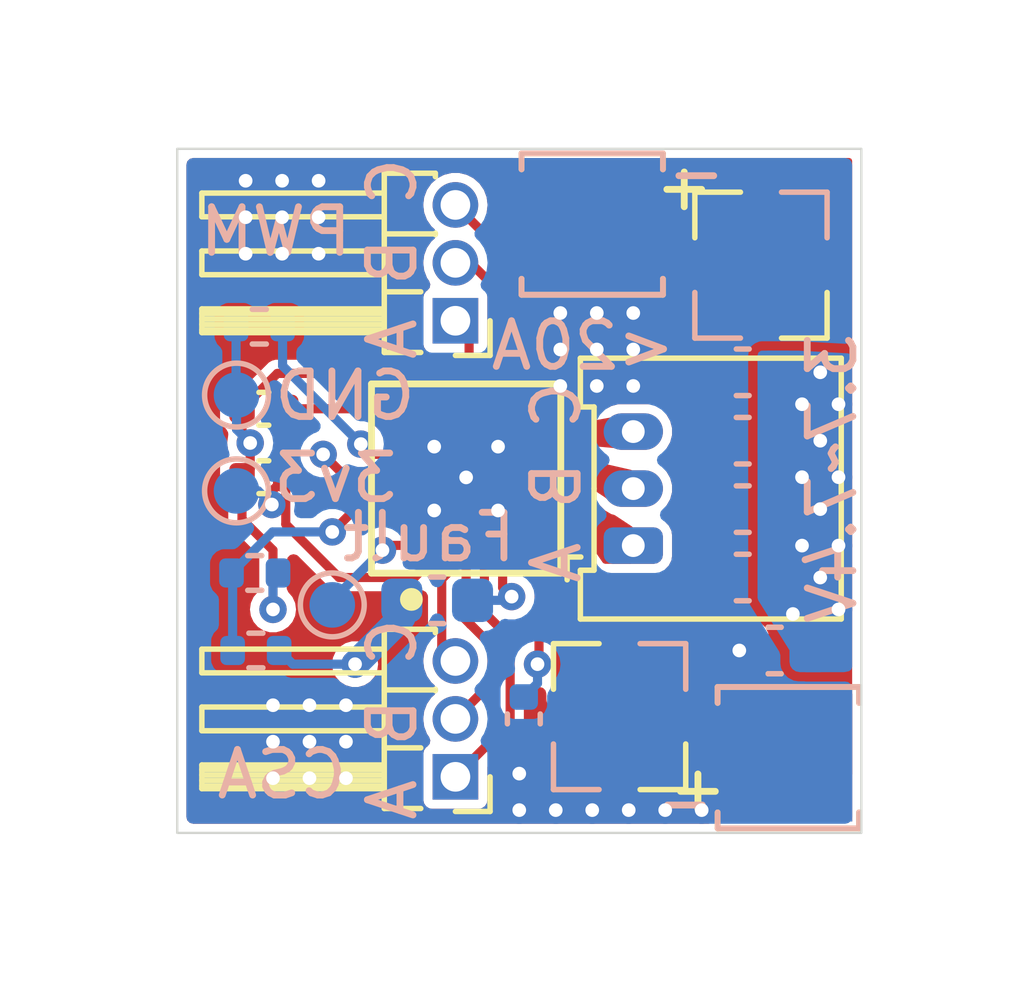
<source format=kicad_pcb>
(kicad_pcb (version 20240108) (generator "pcbnew") (generator_version "8.0")
  (title_block (date "2024-10-21") (rev "V1") (comment 1 "Licensed under CERN-OHL-S V2") (comment 2 "Author: Asher Edwards"))
  (layers (0 "F.Cu" signal) (1 "In1.Cu" signal) (2 "In2.Cu" signal) (31 "B.Cu" signal) (34 "B.Paste" user) (35 "F.Paste" user) (36 "B.SilkS" user "B.Silkscreen") (37 "F.SilkS" user "F.Silkscreen") (38 "B.Mask" user) (39 "F.Mask" user) (44 "Edge.Cuts" user))
  (net 0 "")
  (net 1 "+3.3V")
  (net 2 "GND")
  (net 3 "VDD")
  (net 4 "Net-(U1-CP)")
  (net 5 "Net-(J1-Pin_1)")
  (net 6 "Net-(J2-Pin_1)")
  (net 7 "GNDPWR")
  (net 8 "Net-(U1-SLEEP_N)")
  (net 9 "Net-(U1-GAIN)")
  (net 10 "Net-(J1-Pin_3)")
  (net 11 "Net-(J1-Pin_2)")
  (net 12 "Net-(J2-Pin_2)")
  (net 13 "Net-(J2-Pin_3)")
  (net 14 "Net-(J4-Pin_1)")
  (net 15 "Net-(J4-Pin_2)")
  (net 16 "unconnected-(U1-SLEW-Pad22)")
  (net 17 "Net-(J4-Pin_3)")
  (net 18 "Net-(U1-FAULT_N)")
  (footprint "custom_Connector:Keystone_3579" (layer "F.Cu") (at 177.200001 107.55)
    (property "Reference" "J7" (hide yes))
    (property "Value" "Keystone 3579")
    (fp_line (start -1.55 -1.55) (end 1.55 -1.55) (stroke (width 0.127)) (layer "F.SilkS"))
    (fp_line (start -1.55 -1.2) (end -1.55 -1.55) (stroke (width 0.127)) (layer "F.SilkS"))
    (fp_line (start -1.55 1.55) (end -1.55 1.2) (stroke (width 0.127)) (layer "F.SilkS"))
    (fp_line (start 1.55 -1.55) (end 1.55 -1.2) (stroke (width 0.127)) (layer "F.SilkS"))
    (fp_line (start 1.55 1.2) (end 1.55 1.55) (stroke (width 0.127)) (layer "F.SilkS"))
    (fp_line (start 1.55 1.55) (end -1.55 1.55) (stroke (width 0.127)) (layer "F.SilkS"))
    (pad "1" smd rect (at 0 0) (size 2.8 2.8) (layers "F.Cu" "F.Paste" "F.Mask") (net 3 "VDD"))
  )
  (footprint "Connector_Molex:Molex_PicoBlade_53048-0310_1x03_P1.25mm_Horizontal" (layer "F.Cu") (at 173.8 102.9 90)
    (property "Reference" "J4" (hide yes))
    (property "Value" "Molex Picoblade")
    (fp_line (start -0.25 -1.45) (end -0.75 -1.45) (stroke (width 0.12)) (layer "F.SilkS"))
    (fp_line (start 4.11 -1.16) (end 4.11 4.56) (stroke (width 0.12)) (layer "F.SilkS"))
    (fp_line (start 3.04 -1.16) (end 4.11 -1.16) (stroke (width 0.12)) (layer "F.SilkS"))
    (fp_line (start -0.54 -1.16) (end -1.61 -1.16) (stroke (width 0.12)) (layer "F.SilkS"))
    (fp_line (start -1.61 -1.16) (end -1.61 4.56) (stroke (width 0.12)) (layer "F.SilkS"))
    (fp_line (start -0.25 -1.15) (end -0.25 -1.45) (stroke (width 0.12)) (layer "F.SilkS"))
    (fp_line (start 3.04 -0.86) (end 3.04 -1.16) (stroke (width 0.12)) (layer "F.SilkS"))
    (fp_line (start 1.25 -0.86) (end 3.04 -0.86) (stroke (width 0.12)) (layer "F.SilkS"))
    (fp_line (start 1.25 -0.86) (end -0.54 -0.86) (stroke (width 0.12)) (layer "F.SilkS"))
    (fp_line (start -0.54 -0.86) (end -0.54 -1.16) (stroke (width 0.12)) (layer "F.SilkS"))
    (fp_line (start 4.11 4.56) (end 1.25 4.56) (stroke (width 0.12)) (layer "F.SilkS"))
    (fp_line (start -1.61 4.56) (end 1.25 4.56) (stroke (width 0.12)) (layer "F.SilkS"))
    (pad "1" thru_hole roundrect (at 0 0 90) (size 0.8 1.3) (drill 0.5) (layers "*.Cu" "*.Mask") (net 14 "Net-(J4-Pin_1)"))
    (pad "2" thru_hole oval (at 1.25 0 90) (size 0.8 1.3) (drill 0.5) (layers "*.Cu" "*.Mask") (net 15 "Net-(J4-Pin_2)"))
    (pad "3" thru_hole oval (at 2.5 0 90) (size 0.8 1.3) (drill 0.5) (layers "*.Cu" "*.Mask") (net 17 "Net-(J4-Pin_3)"))
  )
  (footprint "Capacitor_SMD:C_0402_1005Metric" (layer "F.Cu") (at 165.7 99.9)
    (property "Reference" "C1" (hide yes))
    (property "Value" "4.7uF, 10v")
    (fp_line (start -0.107836 -0.36) (end 0.107836 -0.36) (stroke (width 0.12)) (layer "F.SilkS"))
    (fp_line (start -0.107836 0.36) (end 0.107836 0.36) (stroke (width 0.12)) (layer "F.SilkS"))
    (pad "1" smd roundrect (at -0.48 0) (size 0.56 0.62) (layers "F.Cu" "F.Paste" "F.Mask") (net 2 "GND"))
    (pad "2" smd roundrect (at 0.48 0) (size 0.56 0.62) (layers "F.Cu" "F.Paste" "F.Mask") (net 1 "+3.3V"))
  )
  (footprint "custom_Connector:NetTie-2_SMD_Pad0.2mm" (layer "F.Cu") (at 170.134999 100.35 90)
    (property "Reference" "NT1" (hide yes))
    (property "Value" "NetTie_2" (hide yes))
    (fp_poly (pts (xy -0.2 -0.1) (xy 0.2 -0.1) (xy 0.2 0.1) (xy -0.2 0.1)) (fill solid) (layer "F.Cu"))
    (pad "1" smd circle (at -0.2 0 90) (size 0.2 0.2) (layers "F.Cu") (net 7 "GNDPWR"))
    (pad "2" smd circle (at 0.2 0 90) (size 0.2 0.2) (layers "F.Cu") (net 2 "GND"))
  )
  (footprint "custom_Driver_Motor:DRV8311_0.3mmVias" (layer "F.Cu") (at 170.134999 101.429999 90)
    (property "Reference" "U1" (hide yes))
    (property "Value" "DRV8311HRRWR")
    (fp_line (start -2.075 -2.075) (end 2.075 -2.075) (stroke (width 0.15)) (layer "F.SilkS"))
    (fp_line (start 2.075 2.075) (end 2.075 -2.075) (stroke (width 0.15)) (layer "F.SilkS"))
    (fp_line (start -2.075 2.075) (end -2.075 -2.075) (stroke (width 0.15)) (layer "F.SilkS"))
    (fp_line (start -2.075 2.075) (end 2.075 2.075) (stroke (width 0.15)) (layer "F.SilkS"))
    (fp_circle (center -2.65 -1.2) (end -2.524999 -1.2) (stroke (width 0.25)) (fill none) (layer "F.SilkS"))
    (pad "1" smd rect (at -1.465001 -1.2 180) (size 0.2 0.469999) (layers "F.Cu" "F.Paste" "F.Mask") (net 18 "Net-(U1-FAULT_N)"))
    (pad "2" smd rect (at -1.465001 -0.800001 180) (size 0.2 0.469999) (layers "F.Cu" "F.Paste" "F.Mask") (net 1 "+3.3V"))
    (pad "3" smd rect (at -1.465001 -0.399999 180) (size 0.2 0.469999) (layers "F.Cu" "F.Paste" "F.Mask") (net 10 "Net-(J1-Pin_3)"))
    (pad "4" smd rect (at -1.465001 0 180) (size 0.2 0.469999) (layers "F.Cu" "F.Paste" "F.Mask") (net 11 "Net-(J1-Pin_2)"))
    (pad "5" smd rect (at -1.465001 0.399999 180) (size 0.2 0.469999) (layers "F.Cu" "F.Paste" "F.Mask") (net 5 "Net-(J1-Pin_1)"))
    (pad "6" smd rect (at -1.465001 0.800001 180) (size 0.2 0.469999) (layers "F.Cu" "F.Paste" "F.Mask") (net 4 "Net-(U1-CP)"))
    (pad "7" smd rect (at -1.465001 1.2 180) (size 0.2 0.469999) (layers "F.Cu" "F.Paste" "F.Mask") (net 3 "VDD"))
    (pad "8" smd rect (at -0.670001 1.465001 90) (size 0.2 0.469999) (layers "F.Cu" "F.Paste" "F.Mask") (net 3 "VDD"))
    (pad "9" smd rect (at -0.269999 1.465001 90) (size 0.2 0.469999) (layers "F.Cu" "F.Paste" "F.Mask") (net 7 "GNDPWR"))
    (pad "10" smd rect (at 0.13 1.465001 90) (size 0.2 0.469999) (layers "F.Cu" "F.Paste" "F.Mask") (net 14 "Net-(J4-Pin_1)"))
    (pad "11" smd rect (at 0.529999 1.465001 90) (size 0.2 0.469999) (layers "F.Cu" "F.Paste" "F.Mask") (net 15 "Net-(J4-Pin_2)"))
    (pad "12" smd rect (at 0.930001 1.465001 90) (size 0.2 0.469999) (layers "F.Cu" "F.Paste" "F.Mask") (net 17 "Net-(J4-Pin_3)"))
    (pad "13" smd rect (at 1.465001 1.2 180) (size 0.2 0.469999) (layers "F.Cu" "F.Paste" "F.Mask") (net 13 "Net-(J2-Pin_3)"))
    (pad "14" smd rect (at 1.465001 0.800001 180) (size 0.2 0.469999) (layers "F.Cu" "F.Paste" "F.Mask") (net 12 "Net-(J2-Pin_2)"))
    (pad "15" smd rect (at 1.465001 0.399999 180) (size 0.2 0.469999) (layers "F.Cu" "F.Paste" "F.Mask") (net 6 "Net-(J2-Pin_1)"))
    (pad "16" smd rect (at 1.465001 0 180) (size 0.2 0.469999) (layers "F.Cu" "F.Paste" "F.Mask") (net 2 "GND"))
    (pad "17" smd rect (at 1.465001 -0.399999 180) (size 0.2 0.469999) (layers "F.Cu" "F.Paste" "F.Mask") (net 1 "+3.3V"))
    (pad "18" smd rect (at 1.465001 -0.800001 180) (size 0.2 0.469999) (layers "F.Cu" "F.Paste" "F.Mask") (net 1 "+3.3V"))
    (pad "19" smd rect (at 1.465001 -1.2 180) (size 0.2 0.469999) (layers "F.Cu" "F.Paste" "F.Mask") (net 1 "+3.3V"))
    (pad "20" smd rect (at 0.930001 -1.465001 90) (size 0.2 0.469999) (layers "F.Cu" "F.Paste" "F.Mask") (net 1 "+3.3V"))
    (pad "21" smd rect (at 0.529999 -1.465001 90) (size 0.2 0.469999) (layers "F.Cu" "F.Paste" "F.Mask") (net 9 "Net-(U1-GAIN)"))
    (pad "22" smd rect (at 0.13 -1.465001 90) (size 0.2 0.469999) (layers "F.Cu" "F.Paste" "F.Mask") (net 16 "unconnected-(U1-SLEW-Pad22)"))
    (pad "23" smd rect (at -0.269999 -1.465001 90) (size 0.2 0.469999) (layers "F.Cu" "F.Paste" "F.Mask") (net 1 "+3.3V"))
    (pad "24" smd rect (at -0.670001 -1.465001 90) (size 0.2 0.469999) (layers "F.Cu" "F.Paste" "F.Mask") (net 8 "Net-(U1-SLEEP_N)"))
    (pad "25" thru_hole circle (at -0.700001 -0.700001 90) (size 0.6 0.6) (drill 0.3) (layers "*.Cu" "*.Mask") (net 7 "GNDPWR"))
    (pad "25" thru_hole circle (at -0.700001 0.700001 90) (size 0.6 0.6) (drill 0.3) (layers "*.Cu" "*.Mask") (net 7 "GNDPWR"))
    (pad "25" smd rect (at 0 0 90) (size 1.899999 1.899999) (layers "F.Cu" "F.Mask") (net 7 "GNDPWR"))
    (pad "25" thru_hole circle (at 0.0254 0 90) (size 0.6 0.6) (drill 0.3) (layers "*.Cu" "*.Mask") (net 7 "GNDPWR"))
    (pad "25" thru_hole circle (at 0.700001 -0.700001 90) (size 0.6 0.6) (drill 0.3) (layers "*.Cu" "*.Mask") (net 7 "GNDPWR"))
    (pad "25" thru_hole circle (at 0.700001 0.700001 90) (size 0.6 0.6) (drill 0.3) (layers "*.Cu" "*.Mask") (net 7 "GNDPWR"))
  )
  (footprint "custom_Connector:Keystone_3569_half" (layer "F.Cu") (at 176.6 94.2)
    (property "Reference" "J8" (hide yes))
    (property "Value" "Keystone 3569")
    (fp_line (start -1.45 0.95) (end -1.45 1.95) (stroke (width 0.12)) (layer "F.SilkS"))
    (fp_line (start -0.45 0.95) (end -1.45 0.95) (stroke (width 0.12)) (layer "F.SilkS"))
    (fp_line (start 0.45 4.15) (end 1.45 4.15) (stroke (width 0.12)) (layer "F.SilkS"))
    (fp_line (start 1.45 4.15) (end 1.45 3.15) (stroke (width 0.12)) (layer "F.SilkS"))
    (pad "1" smd rect (at 0 2.55) (size 2.5 2.8) (layers "F.Cu" "F.Paste" "F.Mask") (net 3 "VDD"))
  )
  (footprint "Capacitor_SMD:C_0603_1608Metric" (layer "F.Cu") (at 176.9 105.2 180)
    (property "Reference" "C6" (hide yes))
    (property "Value" "0.1uF, 16v")
    (fp_line (start -0.14058 0.51) (end 0.14058 0.51) (stroke (width 0.12)) (layer "F.SilkS"))
    (fp_line (start -0.14058 -0.51) (end 0.14058 -0.51) (stroke (width 0.12)) (layer "F.SilkS"))
    (pad "1" smd roundrect (at -0.775 0 180) (size 0.9 0.95) (layers "F.Cu" "F.Paste" "F.Mask") (net 3 "VDD"))
    (pad "2" smd roundrect (at 0.775 0 180) (size 0.9 0.95) (layers "F.Cu" "F.Paste" "F.Mask") (net 7 "GNDPWR"))
  )
  (footprint "custom_Connector:Keystone_3569_half" (layer "F.Cu") (at 173.5 109.2 180)
    (property "Reference" "J6" (hide yes))
    (property "Value" "Keystone 3569")
    (fp_line (start 1.45 4.15) (end 1.45 3.15) (stroke (width 0.12)) (layer "F.SilkS"))
    (fp_line (start 0.45 4.15) (end 1.45 4.15) (stroke (width 0.12)) (layer "F.SilkS"))
    (fp_line (start -0.45 0.95) (end -1.45 0.95) (stroke (width 0.12)) (layer "F.SilkS"))
    (fp_line (start -1.45 0.95) (end -1.45 1.95) (stroke (width 0.12)) (layer "F.SilkS"))
    (pad "1" smd rect (at 0 2.55 180) (size 2.5 2.8) (layers "F.Cu" "F.Paste" "F.Mask") (net 3 "VDD"))
  )
  (footprint "custom_Connector:Keystone_3579" (layer "F.Cu") (at 172.899999 95.85 180)
    (property "Reference" "J9" (hide yes))
    (property "Value" "Keystone 3579")
    (fp_line (start 1.55 1.55) (end -1.55 1.55) (stroke (width 0.127)) (layer "F.SilkS"))
    (fp_line (start 1.55 1.2) (end 1.55 1.55) (stroke (width 0.127)) (layer "F.SilkS"))
    (fp_line (start 1.55 -1.55) (end 1.55 -1.2) (stroke (width 0.127)) (layer "F.SilkS"))
    (fp_line (start -1.55 1.55) (end -1.55 1.2) (stroke (width 0.127)) (layer "F.SilkS"))
    (fp_line (start -1.55 -1.2) (end -1.55 -1.55) (stroke (width 0.127)) (layer "F.SilkS"))
    (fp_line (start -1.55 -1.55) (end 1.55 -1.55) (stroke (width 0.127)) (layer "F.SilkS"))
    (pad "1" smd rect (at 0 0 180) (size 2.8 2.8) (layers "F.Cu" "F.Paste" "F.Mask") (net 3 "VDD"))
  )
  (footprint "Connector_PinHeader_1.27mm:PinHeader_1x03_P1.27mm_Horizontal" (layer "F.Cu") (at 169.9 97.97 180)
    (property "Reference" "J2" (hide yes))
    (property "Value" "1.27mm pin header")
    (fp_line (start 5.56 2.8) (end 1.56 2.8) (stroke (width 0.12)) (layer "F.SilkS"))
    (fp_line (start 5.56 2.28) (end 5.56 2.8) (stroke (width 0.12)) (layer "F.SilkS"))
    (fp_line (start 5.56 1.53) (end 1.56 1.53) (stroke (width 0.12)) (layer "F.SilkS"))
    (fp_line (start 5.56 1.01) (end 5.56 1.53) (stroke (width 0.12)) (layer "F.SilkS"))
    (fp_line (start 5.56 0.26) (end 1.56 0.26) (stroke (width 0.12)) (layer "F.SilkS"))
    (fp_line (start 5.56 -0.26) (end 5.56 0.26) (stroke (width 0.12)) (layer "F.SilkS"))
    (fp_line (start 1.56 3.235) (end 0.44 3.235) (stroke (width 0.12)) (layer "F.SilkS"))
    (fp_line (start 1.56 2.28) (end 5.56 2.28) (stroke (width 0.12)) (layer "F.SilkS"))
    (fp_line (start 1.56 1.01) (end 5.56 1.01) (stroke (width 0.12)) (layer "F.SilkS"))
    (fp_line (start 1.56 0.16) (end 5.56 0.16) (stroke (width 0.12)) (layer "F.SilkS"))
    (fp_line (start 1.56 0.04) (end 5.56 0.04) (stroke (width 0.12)) (layer "F.SilkS"))
    (fp_line (start 1.56 -0.08) (end 5.56 -0.08) (stroke (width 0.12)) (layer "F.SilkS"))
    (fp_line (start 1.56 -0.2) (end 5.56 -0.2) (stroke (width 0.12)) (layer "F.SilkS"))
    (fp_line (start 1.56 -0.26) (end 5.56 -0.26) (stroke (width 0.12)) (layer "F.SilkS"))
    (fp_line (start 1.56 -0.695) (end 1.56 3.235) (stroke (width 0.12)) (layer "F.SilkS"))
    (fp_line (start 0.76 0.635) (end 1.56 0.635) (stroke (width 0.12)) (layer "F.SilkS"))
    (fp_line (start 0.76 -0.695) (end 1.56 -0.695) (stroke (width 0.12)) (layer "F.SilkS"))
    (fp_line (start 0.44 3.235) (end 0.44 3.159677) (stroke (width 0.12)) (layer "F.SilkS"))
    (fp_line (start 0.44 1.905) (end 1.56 1.905) (stroke (width 0.12)) (layer "F.SilkS"))
    (fp_line (start 0.44 1.889677) (end 0.44 1.920323) (stroke (width 0.12)) (layer "F.SilkS"))
    (fp_line (start -0.76 0) (end -0.76 -0.76) (stroke (width 0.12)) (layer "F.SilkS"))
    (fp_line (start -0.76 -0.76) (end 0 -0.76) (stroke (width 0.12)) (layer "F.SilkS"))
    (pad "1" thru_hole rect (at 0 0 180) (size 1 1) (drill 0.65) (layers "*.Cu" "*.Mask") (net 6 "Net-(J2-Pin_1)"))
    (pad "2" thru_hole oval (at 0 1.27 180) (size 1 1) (drill 0.65) (layers "*.Cu" "*.Mask") (net 12 "Net-(J2-Pin_2)"))
    (pad "3" thru_hole oval (at 0 2.54 180) (size 1 1) (drill 0.65) (layers "*.Cu" "*.Mask") (net 13 "Net-(J2-Pin_3)"))
  )
  (footprint "Capacitor_SMD:C_0402_1005Metric" (layer "F.Cu") (at 165.7 101.4)
    (property "Reference" "C7" (hide yes))
    (property "Value" "0.1uF, 16v")
    (fp_line (start -0.107836 -0.36) (end 0.107836 -0.36) (stroke (width 0.12)) (layer "F.SilkS"))
    (fp_line (start -0.107836 0.36) (end 0.107836 0.36) (stroke (width 0.12)) (layer "F.SilkS"))
    (pad "1" smd roundrect (at -0.48 0) (size 0.56 0.62) (layers "F.Cu" "F.Paste" "F.Mask") (net 2 "GND"))
    (pad "2" smd roundrect (at 0.48 0) (size 0.56 0.62) (layers "F.Cu" "F.Paste" "F.Mask") (net 1 "+3.3V"))
  )
  (footprint "Connector_PinHeader_1.27mm:PinHeader_1x03_P1.27mm_Horizontal" (layer "F.Cu") (at 169.9 107.97 180)
    (property "Reference" "J1" (hide yes))
    (property "Value" "1.27mm pin header")
    (fp_line (start 5.56 2.8) (end 1.56 2.8) (stroke (width 0.12)) (layer "F.SilkS"))
    (fp_line (start 5.56 2.28) (end 5.56 2.8) (stroke (width 0.12)) (layer "F.SilkS"))
    (fp_line (start 5.56 1.53) (end 1.56 1.53) (stroke (width 0.12)) (layer "F.SilkS"))
    (fp_line (start 5.56 1.01) (end 5.56 1.53) (stroke (width 0.12)) (layer "F.SilkS"))
    (fp_line (start 5.56 0.26) (end 1.56 0.26) (stroke (width 0.12)) (layer "F.SilkS"))
    (fp_line (start 5.56 -0.26) (end 5.56 0.26) (stroke (width 0.12)) (layer "F.SilkS"))
    (fp_line (start 1.56 3.235) (end 0.44 3.235) (stroke (width 0.12)) (layer "F.SilkS"))
    (fp_line (start 1.56 2.28) (end 5.56 2.28) (stroke (width 0.12)) (layer "F.SilkS"))
    (fp_line (start 1.56 1.01) (end 5.56 1.01) (stroke (width 0.12)) (layer "F.SilkS"))
    (fp_line (start 1.56 0.16) (end 5.56 0.16) (stroke (width 0.12)) (layer "F.SilkS"))
    (fp_line (start 1.56 0.04) (end 5.56 0.04) (stroke (width 0.12)) (layer "F.SilkS"))
    (fp_line (start 1.56 -0.08) (end 5.56 -0.08) (stroke (width 0.12)) (layer "F.SilkS"))
    (fp_line (start 1.56 -0.2) (end 5.56 -0.2) (stroke (width 0.12)) (layer "F.SilkS"))
    (fp_line (start 1.56 -0.26) (end 5.56 -0.26) (stroke (width 0.12)) (layer "F.SilkS"))
    (fp_line (start 1.56 -0.695) (end 1.56 3.235) (stroke (width 0.12)) (layer "F.SilkS"))
    (fp_line (start 0.76 0.635) (end 1.56 0.635) (stroke (width 0.12)) (layer "F.SilkS"))
    (fp_line (start 0.76 -0.695) (end 1.56 -0.695) (stroke (width 0.12)) (layer "F.SilkS"))
    (fp_line (start 0.44 3.235) (end 0.44 3.159677) (stroke (width 0.12)) (layer "F.SilkS"))
    (fp_line (start 0.44 1.905) (end 1.56 1.905) (stroke (width 0.12)) (layer "F.SilkS"))
    (fp_line (start 0.44 1.889677) (end 0.44 1.920323) (stroke (width 0.12)) (layer "F.SilkS"))
    (fp_line (start -0.76 0) (end -0.76 -0.76) (stroke (width 0.12)) (layer "F.SilkS"))
    (fp_line (start -0.76 -0.76) (end 0 -0.76) (stroke (width 0.12)) (layer "F.SilkS"))
    (pad "1" thru_hole rect (at 0 0 180) (size 1 1) (drill 0.65) (layers "*.Cu" "*.Mask") (net 5 "Net-(J1-Pin_1)"))
    (pad "2" thru_hole oval (at 0 1.27 180) (size 1 1) (drill 0.65) (layers "*.Cu" "*.Mask") (net 11 "Net-(J1-Pin_2)"))
    (pad "3" thru_hole oval (at 0 2.54 180) (size 1 1) (drill 0.65) (layers "*.Cu" "*.Mask") (net 10 "Net-(J1-Pin_3)"))
  )
  (footprint "Resistor_SMD:R_0402_1005Metric" (layer "B.Cu") (at 165.525 105.2)
    (property "Reference" "R1" (hide yes))
    (property "Value" "300k")
    (fp_line (start 0.153641 -0.38) (end -0.153641 -0.38) (stroke (width 0.12)) (layer "B.SilkS"))
    (fp_line (start 0.153641 0.38) (end -0.153641 0.38) (stroke (width 0.12)) (layer "B.SilkS"))
    (pad "1" smd roundrect (at -0.51 0) (size 0.54 0.64) (layers "B.Cu" "B.Paste" "B.Mask") (net 8 "Net-(U1-SLEEP_N)"))
    (pad "2" smd roundrect (at 0.51 0) (size 0.54 0.64) (layers "B.Cu" "B.Paste" "B.Mask") (net 3 "VDD"))
  )
  (footprint "custom_Connector:Keystone_3569_half" (layer "B.Cu") (at 176.6 94.2 180)
    (property "Reference" "J10" (hide yes))
    (property "Value" "Keystone 3569")
    (fp_line (start 1.45 -3.15) (end 1.45 -4.15) (stroke (width 0.12)) (layer "B.SilkS"))
    (fp_line (start 1.45 -4.15) (end 0.45 -4.15) (stroke (width 0.12)) (layer "B.SilkS"))
    (fp_line (start -1.45 -0.95) (end -0.45 -0.95) (stroke (width 0.12)) (layer "B.SilkS"))
    (fp_line (start -1.45 -1.95) (end -1.45 -0.95) (stroke (width 0.12)) (layer "B.SilkS"))
    (pad "1" smd rect (at 0 -2.55 180) (size 2.5 2.8) (layers "B.Cu" "B.Paste" "B.Mask") (net 7 "GNDPWR"))
  )
  (footprint "custom_Connector:Keystone_3569_half" (layer "B.Cu") (at 173.5 109.2)
    (property "Reference" "J5" (hide yes))
    (property "Value" "Keystone 3569")
    (fp_line (start -1.45 -1.95) (end -1.45 -0.95) (stroke (width 0.12)) (layer "B.SilkS"))
    (fp_line (start -1.45 -0.95) (end -0.45 -0.95) (stroke (width 0.12)) (layer "B.SilkS"))
    (fp_line (start 1.45 -4.15) (end 0.45 -4.15) (stroke (width 0.12)) (layer "B.SilkS"))
    (fp_line (start 1.45 -3.15) (end 1.45 -4.15) (stroke (width 0.12)) (layer "B.SilkS"))
    (pad "1" smd rect (at 0 -2.55) (size 2.5 2.8) (layers "B.Cu" "B.Paste" "B.Mask") (net 7 "GNDPWR"))
  )
  (footprint "TestPoint:TestPoint_Pad_D1.0mm" (layer "B.Cu") (at 165.1 101.7 180)
    (property "Reference" "TP5" (hide yes))
    (property "Value" "3.3v")
    (fp_circle (center 0 0) (end 0 -0.7) (stroke (width 0.12)) (fill none) (layer "B.SilkS"))
    (pad "1" smd circle (at 0 0 180) (size 1 1) (layers "B.Cu" "B.Mask") (net 1 "+3.3V"))
  )
  (footprint "Capacitor_SMD:C_0603_1608Metric" (layer "B.Cu") (at 176.2 99.1 180)
    (property "Reference" "C4" (hide yes))
    (property "Value" "10uF, 16v")
    (fp_line (start 0.14058 0.51) (end -0.14058 0.51) (stroke (width 0.12)) (layer "B.SilkS"))
    (fp_line (start 0.14058 -0.51) (end -0.14058 -0.51) (stroke (width 0.12)) (layer "B.SilkS"))
    (pad "1" smd roundrect (at -0.775 0 180) (size 0.9 0.95) (layers "B.Cu" "B.Paste" "B.Mask") (net 3 "VDD"))
    (pad "2" smd roundrect (at 0.775 0 180) (size 0.9 0.95) (layers "B.Cu" "B.Paste" "B.Mask") (net 7 "GNDPWR"))
  )
  (footprint "Capacitor_SMD:C_0603_1608Metric" (layer "B.Cu") (at 176.2 103.6 180)
    (property "Reference" "C9" (hide yes))
    (property "Value" "10uF, 16v")
    (fp_line (start 0.14058 0.51) (end -0.14058 0.51) (stroke (width 0.12)) (layer "B.SilkS"))
    (fp_line (start 0.14058 -0.51) (end -0.14058 -0.51) (stroke (width 0.12)) (layer "B.SilkS"))
    (pad "1" smd roundrect (at -0.775 0 180) (size 0.9 0.95) (layers "B.Cu" "B.Paste" "B.Mask") (net 3 "VDD"))
    (pad "2" smd roundrect (at 0.775 0 180) (size 0.9 0.95) (layers "B.Cu" "B.Paste" "B.Mask") (net 7 "GNDPWR"))
  )
  (footprint "Capacitor_SMD:C_0402_1005Metric" (layer "B.Cu") (at 171.4 106.7 -90)
    (property "Reference" "C3" (hide yes))
    (property "Value" "0.1uF, 16v")
    (fp_line (start 0.107836 0.36) (end -0.107836 0.36) (stroke (width 0.12)) (layer "B.SilkS"))
    (fp_line (start 0.107836 -0.36) (end -0.107836 -0.36) (stroke (width 0.12)) (layer "B.SilkS"))
    (pad "1" smd roundrect (at -0.48 0 270) (size 0.56 0.62) (layers "B.Cu" "B.Paste" "B.Mask") (net 3 "VDD"))
    (pad "2" smd roundrect (at 0.48 0 270) (size 0.56 0.62) (layers "B.Cu" "B.Paste" "B.Mask") (net 7 "GNDPWR"))
  )
  (footprint "Capacitor_SMD:C_0603_1608Metric" (layer "B.Cu") (at 176.9 105.2 180)
    (property "Reference" "C10" (hide yes))
    (property "Value" "10uF, 16v")
    (fp_line (start 0.14058 0.51) (end -0.14058 0.51) (stroke (width 0.12)) (layer "B.SilkS"))
    (fp_line (start 0.14058 -0.51) (end -0.14058 -0.51) (stroke (width 0.12)) (layer "B.SilkS"))
    (pad "1" smd roundrect (at -0.775 0 180) (size 0.9 0.95) (layers "B.Cu" "B.Paste" "B.Mask") (net 3 "VDD"))
    (pad "2" smd roundrect (at 0.775 0 180) (size 0.9 0.95) (layers "B.Cu" "B.Paste" "B.Mask") (net 7 "GNDPWR"))
  )
  (footprint "TestPoint:TestPoint_Pad_D1.0mm" (layer "B.Cu") (at 167.2 104.2 180)
    (property "Reference" "TP3" (hide yes))
    (property "Value" "Fault")
    (fp_circle (center 0 0) (end 0 -0.7) (stroke (width 0.12)) (fill none) (layer "B.SilkS"))
    (pad "1" smd circle (at 0 0 180) (size 1 1) (layers "B.Cu" "B.Mask") (net 18 "Net-(U1-FAULT_N)"))
  )
  (footprint "custom_Connector:Keystone_3579" (layer "B.Cu") (at 177.2 107.55 180)
    (property "Reference" "J3" (hide yes))
    (property "Value" "Keystone 3579")
    (fp_line (start 1.55 1.55) (end -1.55 1.55) (stroke (width 0.127)) (layer "B.SilkS"))
    (fp_line (start 1.55 1.2) (end 1.55 1.55) (stroke (width 0.127)) (layer "B.SilkS"))
    (fp_line (start 1.55 -1.55) (end 1.55 -1.2) (stroke (width 0.127)) (layer "B.SilkS"))
    (fp_line (start -1.55 1.55) (end -1.55 1.2) (stroke (width 0.127)) (layer "B.SilkS"))
    (fp_line (start -1.55 -1.2) (end -1.55 -1.55) (stroke (width 0.127)) (layer "B.SilkS"))
    (fp_line (start -1.55 -1.55) (end 1.55 -1.55) (stroke (width 0.127)) (layer "B.SilkS"))
    (pad "1" smd rect (at 0 0 180) (size 2.8 2.8) (layers "B.Cu" "B.Paste" "B.Mask") (net 7 "GNDPWR"))
  )
  (footprint "Capacitor_SMD:C_0603_1608Metric" (layer "B.Cu") (at 176.2 100.6 180)
    (property "Reference" "C8" (hide yes))
    (property "Value" "10uF, 16v")
    (fp_line (start 0.14058 0.51) (end -0.14058 0.51) (stroke (width 0.12)) (layer "B.SilkS"))
    (fp_line (start 0.14058 -0.51) (end -0.14058 -0.51) (stroke (width 0.12)) (layer "B.SilkS"))
    (pad "1" smd roundrect (at -0.775 0 180) (size 0.9 0.95) (layers "B.Cu" "B.Paste" "B.Mask") (net 3 "VDD"))
    (pad "2" smd roundrect (at 0.775 0 180) (size 0.9 0.95) (layers "B.Cu" "B.Paste" "B.Mask") (net 7 "GNDPWR"))
  )
  (footprint "custom_Connector:Keystone_3579" (layer "B.Cu") (at 172.900001 95.85)
    (property "Reference" "J11" (hide yes))
    (property "Value" "Keystone 3579")
    (fp_line (start -1.55 -1.55) (end 1.55 -1.55) (stroke (width 0.127)) (layer "B.SilkS"))
    (fp_line (start -1.55 -1.2) (end -1.55 -1.55) (stroke (width 0.127)) (layer "B.SilkS"))
    (fp_line (start -1.55 1.55) (end -1.55 1.2) (stroke (width 0.127)) (layer "B.SilkS"))
    (fp_line (start 1.55 -1.55) (end 1.55 -1.2) (stroke (width 0.127)) (layer "B.SilkS"))
    (fp_line (start 1.55 1.2) (end 1.55 1.55) (stroke (width 0.127)) (layer "B.SilkS"))
    (fp_line (start 1.55 1.55) (end -1.55 1.55) (stroke (width 0.127)) (layer "B.SilkS"))
    (pad "1" smd rect (at 0 0) (size 2.8 2.8) (layers "B.Cu" "B.Paste" "B.Mask") (net 7 "GNDPWR"))
  )
  (footprint "Resistor_SMD:R_0402_1005Metric" (layer "B.Cu") (at 165.6 98.1)
    (property "Reference" "R3" (hide yes))
    (property "Value" "47k")
    (fp_line (start 0.153641 -0.38) (end -0.153641 -0.38) (stroke (width 0.12)) (layer "B.SilkS"))
    (fp_line (start 0.153641 0.38) (end -0.153641 0.38) (stroke (width 0.12)) (layer "B.SilkS"))
    (pad "1" smd roundrect (at -0.51 0) (size 0.54 0.64) (layers "B.Cu" "B.Paste" "B.Mask") (net 2 "GND"))
    (pad "2" smd roundrect (at 0.51 0) (size 0.54 0.64) (layers "B.Cu" "B.Paste" "B.Mask") (net 9 "Net-(U1-GAIN)"))
  )
  (footprint "Capacitor_SMD:C_0603_1608Metric" (layer "B.Cu") (at 169.5 104.1 180)
    (property "Reference" "C2" (hide yes))
    (property "Value" "0.1uF, 16v")
    (fp_line (start 0.14058 0.51) (end -0.14058 0.51) (stroke (width 0.12)) (layer "B.SilkS"))
    (fp_line (start 0.14058 -0.51) (end -0.14058 -0.51) (stroke (width 0.12)) (layer "B.SilkS"))
    (pad "1" smd roundrect (at -0.775 0 180) (size 0.9 0.95) (layers "B.Cu" "B.Paste" "B.Mask") (net 4 "Net-(U1-CP)"))
    (pad "2" smd roundrect (at 0.775 0 180) (size 0.9 0.95) (layers "B.Cu" "B.Paste" "B.Mask") (net 3 "VDD"))
  )
  (footprint "TestPoint:TestPoint_Pad_D1.0mm" (layer "B.Cu") (at 165.1 99.6 180)
    (property "Reference" "TP4" (hide yes))
    (property "Value" "GND")
    (fp_circle (center 0 0) (end 0 -0.7) (stroke (width 0.12)) (fill none) (layer "B.SilkS"))
    (pad "1" smd circle (at 0 0 180) (size 1 1) (layers "B.Cu" "B.Mask") (net 2 "GND"))
  )
  (footprint "Capacitor_SMD:C_0603_1608Metric" (layer "B.Cu") (at 176.2 102.1 180)
    (property "Reference" "C5" (hide yes))
    (property "Value" "10uF, 16v")
    (fp_line (start 0.14058 0.51) (end -0.14058 0.51) (stroke (width 0.12)) (layer "B.SilkS"))
    (fp_line (start 0.14058 -0.51) (end -0.14058 -0.51) (stroke (width 0.12)) (layer "B.SilkS"))
    (pad "1" smd roundrect (at -0.775 0 180) (size 0.9 0.95) (layers "B.Cu" "B.Paste" "B.Mask") (net 3 "VDD"))
    (pad "2" smd roundrect (at 0.775 0 180) (size 0.9 0.95) (layers "B.Cu" "B.Paste" "B.Mask") (net 7 "GNDPWR"))
  )
  (footprint "Resistor_SMD:R_0402_1005Metric" (layer "B.Cu") (at 165.5 103.5 180)
    (property "Reference" "R2" (hide yes))
    (property "Value" "100k")
    (fp_line (start 0.153641 0.38) (end -0.153641 0.38) (stroke (width 0.12)) (layer "B.SilkS"))
    (fp_line (start 0.153641 -0.38) (end -0.153641 -0.38) (stroke (width 0.12)) (layer "B.SilkS"))
    (pad "1" smd roundrect (at -0.51 0 180) (size 0.54 0.64) (layers "B.Cu" "B.Paste" "B.Mask") (net 2 "GND"))
    (pad "2" smd roundrect (at 0.51 0 180) (size 0.54 0.64) (layers "B.Cu" "B.Paste" "B.Mask") (net 8 "Net-(U1-SLEEP_N)"))
  )
  (gr_rect (start 163.8 94.2) (end 178.8 109.2) (stroke (width 0.05)) (fill none) (layer "Edge.Cuts"))
  (gr_text "GND" (at 169.1 100.2 0) (layer "B.SilkS") (effects (font (size 1 1)) (justify left bottom mirror)))
  (gr_text "<20A" (at 174.8 99.1 0) (layer "B.SilkS") (effects (font (size 1 1)) (justify left bottom mirror)))
  (gr_text "C B A" (at 172.7 103.8 90) (layer "B.SilkS") (effects (font (size 1 1)) (justify right bottom mirror)))
  (gr_text "Fault" (at 171.3 103.3 0) (layer "B.SilkS") (effects (font (size 1 1)) (justify left bottom mirror)))
  (gr_text "C B A" (at 169.1 98.9 90) (layer "B.SilkS") (effects (font (size 1 1)) (justify right bottom mirror)))
  (gr_text "PWM" (at 167.7 96.6 0) (layer "B.SilkS") (effects (font (size 1 1)) (justify left bottom mirror)))
  (gr_text "C B A" (at 169.1 109 90) (layer "B.SilkS") (effects (font (size 1 1)) (justify right bottom mirror)))
  (gr_text "3v3" (at 168.7 102 0) (layer "B.SilkS") (effects (font (size 1 1)) (justify left bottom mirror)))
  (gr_text "-" (at 175.649999 109.1 -0) (layer "B.SilkS") (effects (font (size 1 1)) (justify left bottom mirror)))
  (gr_text "CSA" (at 167.6 108.5 0) (layer "B.SilkS") (effects (font (size 1 1)) (justify left bottom mirror)))
  (gr_text "-" (at 175.9 95.3 -0) (layer "B.SilkS") (effects (font (size 1 1)) (justify left bottom mirror)))
  (gr_text "+" (at 174.2 95.6 -0) (layer "F.SilkS") (effects (font (size 1 1)) (justify left bottom)))
  (gr_text "+" (at 174.5 108.8 -0) (layer "F.SilkS") (effects (font (size 1 1)) (justify left bottom)))
  (gr_text_box "3.7~7.4V" (start 176.825 98.1492) (end 178.975 104.7) (angle 90) (layer "B.SilkS") (effects (font (size 1 1)) (justify top mirror)) (border no))
  (segment (start 166.774998 101.699998) (end 166.475 101.4) (width 0.2) (layer "F.Cu") (net 1))
  (segment (start 168.934999 99.964998) (end 168.835002 99.964998) (width 0.2) (layer "F.Cu") (net 1))
  (segment (start 168.6 100.43) (end 168.669998 100.499998) (width 0.2) (layer "F.Cu") (net 1))
  (segment (start 165.874999 102.000001) (end 165.874999 101.705001) (width 0.2) (layer "F.Cu") (net 1))
  (segment (start 165.874999 101.705001) (end 166.18 101.4) (width 0.2) (layer "F.Cu") (net 1))
  (segment (start 169.735 99.964998) (end 168.934999 99.964998) (width 0.2) (layer "F.Cu") (net 1))
  (segment (start 167.348529 103.6) (end 169 103.6) (width 0.2) (layer "F.Cu") (net 1))
  (segment (start 168.835002 99.964998) (end 168.6 100.2) (width 0.2) (layer "F.Cu") (net 1))
  (segment (start 166.774998 101.699998) (end 168.669998 101.699998) (width 0.2) (layer "F.Cu") (net 1))
  (segment (start 166.18 102.431471) (end 167.348529 103.6) (width 0.2) (layer "F.Cu") (net 1))
  (segment (start 167.900004 99.9) (end 166.18 99.9) (width 0.2) (layer "F.Cu") (net 1))
  (segment (start 169.334998 103.265002) (end 169.334998 102.895) (width 0.2) (layer "F.Cu") (net 1))
  (segment (start 166.18 99.9) (end 166.18 101.4) (width 0.2) (layer "F.Cu") (net 1))
  (segment (start 168.669998 100.499998) (end 168.500002 100.499998) (width 0.2) (layer "F.Cu") (net 1))
  (segment (start 166.475 101.4) (end 166.18 101.4) (width 0.2) (layer "F.Cu") (net 1))
  (segment (start 166.18 101.4) (end 166.18 102.431471) (width 0.2) (layer "F.Cu") (net 1))
  (segment (start 168.500002 100.499998) (end 167.900004 99.9) (width 0.2) (layer "F.Cu") (net 1))
  (segment (start 168.6 100.2) (end 168.6 100.43) (width 0.2) (layer "F.Cu") (net 1))
  (segment (start 169 103.6) (end 169.334998 103.265002) (width 0.2) (layer "F.Cu") (net 1))
  (via (at 165.874999 102.000001) (size 0.6) (drill 0.3) (layers "F.Cu" "B.Cu") (net 1))
  (segment (start 165.874999 102.000001) (end 165.574998 101.7) (width 0.2) (layer "B.Cu") (net 1))
  (segment (start 165.574998 101.7) (end 165.1 101.7) (width 0.2) (layer "B.Cu") (net 1))
  (segment (start 165.9 103) (end 165.22 102.32) (width 0.2) (layer "F.Cu") (net 2))
  (segment (start 165.22 102.32) (end 165.22 101.4) (width 0.2) (layer "F.Cu") (net 2))
  (segment (start 165.22 100.47) (end 165.22 99.9) (width 0.2) (layer "F.Cu") (net 2))
  (segment (start 165.4 100.65) (end 165.4 101.22) (width 0.2) (layer "F.Cu") (net 2))
  (segment (start 170.134999 99.43) (end 169.829999 99.125) (width 0.2) (layer "F.Cu") (net 2))
  (segment (start 165.995 99.125) (end 165.22 99.9) (width 0.2) (layer "F.Cu") (net 2))
  (segment (start 165.4 100.65) (end 165.22 100.47) (width 0.2) (layer "F.Cu") (net 2))
  (segment (start 165.4 100.65) (end 165.331092 100.581092) (width 0.2) (layer "F.Cu") (net 2))
  (segment (start 165.9 104.3) (end 165.9 103) (width 0.2) (layer "F.Cu") (net 2))
  (segment (start 165.4 101.22) (end 165.22 101.4) (width 0.2) (layer "F.Cu") (net 2))
  (segment (start 169.829999 99.125) (end 165.995 99.125) (width 0.2) (layer "F.Cu") (net 2))
  (segment (start 170.134999 99.964998) (end 170.134999 99.43) (width 0.2) (layer "F.Cu") (net 2))
  (via (at 165.4 100.65) (size 0.6) (drill 0.3) (layers "F.Cu" "B.Cu") (net 2))
  (via (at 165.9 104.3) (size 0.6) (drill 0.3) (layers "F.Cu" "B.Cu") (net 2))
  (segment (start 165.4 100.65) (end 165.1 100.35) (width 0.2) (layer "B.Cu") (net 2))
  (segment (start 165.9 104.3) (end 165.9 103.61) (width 0.2) (layer "B.Cu") (net 2))
  (segment (start 165.9 103.61) (end 166.01 103.5) (width 0.2) (layer "B.Cu") (net 2))
  (segment (start 165.1 100.35) (end 165.1 99.6) (width 0.2) (layer "B.Cu") (net 2))
  (segment (start 165.09 98.1) (end 165.09 99.59) (width 0.2) (layer "B.Cu") (net 2))
  (segment (start 165.09 99.59) (end 165.1 99.6) (width 0.2) (layer "B.Cu") (net 2))
  (segment (start 171.334999 103.334999) (end 171.732802 103.732802) (width 0.2) (layer "F.Cu") (net 3))
  (segment (start 171.334999 102.895) (end 171.334999 103.334999) (width 0.2) (layer "F.Cu") (net 3))
  (segment (start 171.732802 103.732802) (end 171.732802 105.467198) (width 0.2) (layer "F.Cu") (net 3))
  (segment (start 172.595031 106.675454) (end 172.595031 106.620031) (width 0.28) (layer "F.Cu") (net 3))
  (segment (start 171.732802 105.467198) (end 171.7 105.5) (width 0.2) (layer "F.Cu") (net 3))
  (via (at 178.3 104.3) (size 0.6) (drill 0.3) (layers "F.Cu" "B.Cu") (net 3))
  (via (at 177.5 102.9) (size 0.6) (drill 0.3) (layers "F.Cu" "B.Cu") (net 3))
  (via (at 177.9 103.6) (size 0.6) (drill 0.3) (layers "F.Cu" "B.Cu") (net 3))
  (via (at 177.9 102.1) (size 0.6) (drill 0.3) (layers "F.Cu" "B.Cu") (net 3))
  (via (at 177.3 104.4) (size 0.6) (drill 0.3) (layers "F.Cu" "B.Cu") (net 3))
  (via (at 178.3 101.4) (size 0.6) (drill 0.3) (layers "F.Cu" "B.Cu") (net 3))
  (via (at 177.9 100.6) (size 0.6) (drill 0.3) (layers "F.Cu" "B.Cu") (net 3))
  (via (at 171.7 105.5) (size 0.6) (drill 0.3) (layers "F.Cu" "B.Cu") (net 3))
  (via (at 177.9 99.1) (size 0.6) (drill 0.3) (layers "F.Cu" "B.Cu") (net 3))
  (via (at 178.3 99.8) (size 0.6) (drill 0.3) (layers "F.Cu" "B.Cu") (net 3))
  (via (at 177.5 99.8) (size 0.6) (drill 0.3) (layers "F.Cu" "B.Cu") (net 3))
  (via (at 167.7 105.5) (size 0.6) (drill 0.3) (layers "F.Cu" "B.Cu") (net 3))
  (via (at 178.3 102.9) (size 0.6) (drill 0.3) (layers "F.Cu" "B.Cu") (net 3))
  (via (at 177.5 101.4) (size 0.6) (drill 0.3) (layers "F.Cu" "B.Cu") (net 3))
  (segment (start 167.7 105.5) (end 166.335 105.5) (width 0.2) (layer "B.Cu") (net 3))
  (segment (start 166.335 105.5) (end 166.035 105.2) (width 0.2) (layer "B.Cu") (net 3))
  (segment (start 168.725 104.475) (end 167.7 105.5) (width 0.6) (layer "B.Cu") (net 3))
  (segment (start 171.7 105.5) (end 171.7 105.92) (width 0.2) (layer "B.Cu") (net 3))
  (segment (start 168.725 104.1) (end 168.725 104.475) (width 0.6) (layer "B.Cu") (net 3))
  (segment (start 171.7 105.92) (end 171.4 106.22) (width 0.2) (layer "B.Cu") (net 3))
  (segment (start 171.132802 104.018589) (end 170.935 103.820787) (width 0.2) (layer "F.Cu") (net 4))
  (segment (start 170.935 103.820787) (end 170.935 102.895) (width 0.2) (layer "F.Cu") (net 4))
  (via (at 171.132802 104.018589) (size 0.6) (drill 0.3) (layers "F.Cu" "B.Cu") (net 4))
  (segment (start 171.132802 104.018589) (end 171.051391 104.1) (width 0.2) (layer "B.Cu") (net 4))
  (segment (start 171.051391 104.1) (end 170.275 104.1) (width 0.2) (layer "B.Cu") (net 4))
  (segment (start 170.4 104.232943) (end 171.1 104.932943) (width 0.2) (layer "F.Cu") (net 5))
  (segment (start 170.4 103.965686) (end 170.4 104.232943) (width 0.2) (layer "F.Cu") (net 5))
  (segment (start 170.534998 102.895) (end 170.534999 103.499315) (width 0.2) (layer "F.Cu") (net 5))
  (segment (start 170.534999 103.830687) (end 170.4 103.965686) (width 0.2) (layer "F.Cu") (net 5))
  (segment (start 171.1 104.932943) (end 171.1 106.77) (width 0.2) (layer "F.Cu") (net 5))
  (segment (start 170.534999 103.499315) (end 170.534999 103.830687) (width 0.2) (layer "F.Cu") (net 5))
  (segment (start 171.1 106.77) (end 169.9 107.97) (width 0.2) (layer "F.Cu") (net 5))
  (segment (start 170.2 98.27) (end 169.9 97.97) (width 0.2) (layer "F.Cu") (net 6))
  (segment (start 170.2 98.9) (end 170.534998 99.234998) (width 0.2) (layer "F.Cu") (net 6))
  (segment (start 170.2 98.9) (end 170.2 98.27) (width 0.2) (layer "F.Cu") (net 6))
  (segment (start 170.534998 99.234998) (end 170.534998 99.964998) (width 0.2) (layer "F.Cu") (net 6))
  (segment (start 170.404998 101.699998) (end 170.134999 101.429999) (width 0.2) (layer "F.Cu") (net 7))
  (segment (start 171.6 101.699998) (end 170.404998 101.699998) (width 0.2) (layer "F.Cu") (net 7))
  (via (at 166.7 107.2) (size 0.6) (drill 0.3) (layers "F.Cu" "B.Cu") (net 7))
  (via (at 167.5 108) (size 0.6) (drill 0.3) (layers "F.Cu" "B.Cu") (net 7))
  (via (at 171.3 107.9) (size 0.6) (drill 0.3) (layers "F.Cu" "B.Cu") (net 7))
  (via (at 166.7 106.4) (size 0.6) (drill 0.3) (layers "F.Cu" "B.Cu") (net 7))
  (via (at 173.8 97.8) (size 0.6) (drill 0.3) (layers "F.Cu" "B.Cu") (net 7))
  (via (at 166.7 108) (size 0.6) (drill 0.3) (layers "F.Cu" "B.Cu") (net 7))
  (via (at 166.1 95.7) (size 0.6) (drill 0.3) (layers "F.Cu" "B.Cu") (net 7))
  (via (at 172.1 108.7) (size 0.6) (drill 0.3) (layers "F.Cu" "B.Cu") (net 7))
  (via (at 165.9 106.4) (size 0.6) (drill 0.3) (layers "F.Cu" "B.Cu") (net 7))
  (via (at 171.3 108.7) (size 0.6) (drill 0.3) (layers "F.Cu" "B.Cu") (net 7))
  (via (at 166.9 96.5) (size 0.6) (drill 0.3) (layers "F.Cu" "B.Cu") (net 7))
  (via (at 165.9 107.2) (size 0.6) (drill 0.3) (layers "F.Cu" "B.Cu") (net 7))
  (via (at 172.9 108.7) (size 0.6) (drill 0.3) (layers "F.Cu" "B.Cu") (net 7))
  (via (at 165.3 96.5) (size 0.6) (drill 0.3) (layers "F.Cu" "B.Cu") (net 7))
  (via (at 173 99.4) (size 0.6) (drill 0.3) (layers "F.Cu" "B.Cu") (net 7))
  (via (at 173 98.6) (size 0.6) (drill 0.3) (layers "F.Cu" "B.Cu") (net 7))
  (via (at 167.5 107.2) (size 0.6) (drill 0.3) (layers "F.Cu" "B.Cu") (net 7))
  (via (at 175.3 108.7) (size 0.6) (drill 0.3) (layers "F.Cu" "B.Cu") (net 7))
  (via (at 166.9 94.9) (size 0.6) (drill 0.3) (layers "F.Cu" "B.Cu") (net 7))
  (via (at 173 97.8) (size 0.6) (drill 0.3) (layers "F.Cu" "B.Cu") (net 7))
  (via (at 173.8 98.6) (size 0.6) (drill 0.3) (layers "F.Cu" "B.Cu") (net 7))
  (via (at 165.3 95.7) (size 0.6) (drill 0.3) (layers "F.Cu" "B.Cu") (net 7))
  (via (at 166.9 95.7) (size 0.6) (drill 0.3) (layers "F.Cu" "B.Cu") (net 7))
  (via (at 172.2 98.6) (size 0.6) (drill 0.3) (layers "F.Cu" "B.Cu") (net 7))
  (via (at 167.5 106.4) (size 0.6) (drill 0.3) (layers "F.Cu" "B.Cu") (net 7))
  (via (at 173.8 99.4) (size 0.6) (drill 0.3) (layers "F.Cu" "B.Cu") (net 7))
  (via (at 173.7 108.7) (size 0.6) (drill 0.3) (layers "F.Cu" "B.Cu") (net 7))
  (via (at 165.3 94.9) (size 0.6) (drill 0.3) (layers "F.Cu" "B.Cu") (net 7))
  (via (at 172.2 99.4) (size 0.6) (drill 0.3) (layers "F.Cu" "B.Cu") (net 7))
  (via (at 176.125 105.2) (size 0.6) (drill 0.3) (layers "F.Cu" "B.Cu") (net 7))
  (via (at 172.2 97.8) (size 0.6) (drill 0.3) (layers "F.Cu" "B.Cu") (net 7))
  (via (at 174.5 108.7) (size 0.6) (drill 0.3) (layers "F.Cu" "B.Cu") (net 7))
  (via (at 166.1 94.9) (size 0.6) (drill 0.3) (layers "F.Cu" "B.Cu") (net 7))
  (via (at 165.9 108) (size 0.6) (drill 0.3) (layers "F.Cu" "B.Cu") (net 7))
  (via (at 166.1 96.5) (size 0.6) (drill 0.3) (layers "F.Cu" "B.Cu") (net 7))
  (segment (start 172.595031 106.675454) (end 172.595031 106.679969) (width 0.4) (layer "B.Cu") (net 7))
  (segment (start 167.7 102.1) (end 168.669998 102.1) (width 0.2) (layer "F.Cu") (net 8))
  (segment (start 167.2 102.6) (end 167.7 102.1) (width 0.2) (layer "F.Cu") (net 8))
  (via (at 167.2 102.6) (size 0.6) (drill 0.3) (layers "F.Cu" "B.Cu") (net 8))
  (segment (start 165.015 103.525) (end 165.015 105.2) (width 0.2) (layer "B.Cu") (net 8))
  (segment (start 165.89 102.6) (end 164.99 103.5) (width 0.2) (layer "B.Cu") (net 8))
  (segment (start 167.2 102.6) (end 165.89 102.6) (width 0.2) (layer "B.Cu") (net 8))
  (segment (start 164.99 103.5) (end 165.015 103.525) (width 0.2) (layer "B.Cu") (net 8))
  (segment (start 167.825737 100.674263) (end 168.051474 100.9) (width 0.2) (layer "F.Cu") (net 9))
  (segment (start 168.051474 100.9) (end 168.669998 100.9) (width 0.2) (layer "F.Cu") (net 9))
  (via (at 167.825737 100.674263) (size 0.6) (drill 0.3) (layers "F.Cu" "B.Cu") (net 9))
  (segment (start 167.825737 100.674263) (end 166.11 98.958526) (width 0.2) (layer "B.Cu") (net 9))
  (segment (start 166.11 98.958526) (end 166.11 98.1) (width 0.2) (layer "B.Cu") (net 9))
  (segment (start 169.735 103.499314) (end 169.6 103.634314) (width 0.2) (layer "F.Cu") (net 10))
  (segment (start 169.6 105.13) (end 169.9 105.43) (width 0.2) (layer "F.Cu") (net 10))
  (segment (start 169.6 103.634314) (end 169.6 105.13) (width 0.2) (layer "F.Cu") (net 10))
  (segment (start 169.735 102.895) (end 169.735 103.499314) (width 0.2) (layer "F.Cu") (net 10))
  (segment (start 170.231371 104.63) (end 170.7 105.098629) (width 0.2) (layer "F.Cu") (net 11))
  (segment (start 170.7 105.098629) (end 170.7 105.9) (width 0.2) (layer "F.Cu") (net 11))
  (segment (start 170.23 104.63) (end 170.231371 104.63) (width 0.2) (layer "F.Cu") (net 11))
  (segment (start 170 104.4) (end 170.23 104.63) (width 0.2) (layer "F.Cu") (net 11))
  (segment (start 170.134999 103.665001) (end 170 103.8) (width 0.2) (layer "F.Cu") (net 11))
  (segment (start 170.134999 102.895) (end 170.134999 103.665001) (width 0.2) (layer "F.Cu") (net 11))
  (segment (start 170.7 105.9) (end 169.9 106.7) (width 0.2) (layer "F.Cu") (net 11))
  (segment (start 170 103.8) (end 170 104.4) (width 0.2) (layer "F.Cu") (net 11))
  (segment (start 170.935 99.005) (end 170.7 98.77) (width 0.2) (layer "F.Cu") (net 12))
  (segment (start 170.23 96.7) (end 169.9 96.7) (width 0.2) (layer "F.Cu") (net 12))
  (segment (start 170.935 99.964998) (end 170.935 99.005) (width 0.2) (layer "F.Cu") (net 12))
  (segment (start 170.7 98.77) (end 170.7 97.17) (width 0.2) (layer "F.Cu") (net 12))
  (segment (start 170.7 97.17) (end 170.23 96.7) (width 0.2) (layer "F.Cu") (net 12))
  (segment (start 171.334999 99.964998) (end 171.335 99.429999) (width 0.2) (layer "F.Cu") (net 13))
  (segment (start 171.1 96.63) (end 169.9 95.43) (width 0.2) (layer "F.Cu") (net 13))
  (segment (start 171.335 99.429999) (end 171.335 98.839315) (width 0.2) (layer "F.Cu") (net 13))
  (segment (start 171.335 98.839315) (end 171.1 98.604315) (width 0.2) (layer "F.Cu") (net 13))
  (segment (start 171.1 98.604315) (end 171.1 96.63) (width 0.2) (layer "F.Cu") (net 13))
  (segment (start 173.7 102.9) (end 173.8 102.9) (width 0.2) (layer "F.Cu") (net 14))
  (segment (start 168.669998 101.299999) (end 167.399999 101.299999) (width 0.2) (layer "F.Cu") (net 16))
  (segment (start 167.399999 101.299999) (end 167 100.9) (width 0.2) (layer "F.Cu") (net 16))
  (via (at 167 100.9) (size 0.6) (drill 0.3) (layers "F.Cu" "B.Cu") (net 16))
  (segment (start 173.700002 100.499998) (end 173.8 100.4) (width 0.2) (layer "F.Cu") (net 17))
  (segment (start 168.405 102.895) (end 168.3 103) (width 0.2) (layer "F.Cu") (net 18))
  (segment (start 168.934999 102.895) (end 168.405 102.895) (width 0.2) (layer "F.Cu") (net 18))
  (via (at 168.3 103) (size 0.6) (drill 0.3) (layers "F.Cu" "B.Cu") (net 18))
  (segment (start 167.2 104.1) (end 167.2 104.2) (width 0.2) (layer "B.Cu") (net 18))
  (segment (start 168.3 103) (end 167.2 104.1) (width 0.2) (layer "B.Cu") (net 18))
  (zone (net 3) (net_name "VDD") (layer "F.Cu") (priority 2) (connect_pads yes (clearance 0.1)) (min_thickness 0.125) (fill yes (thermal_gap 0.5) (thermal_bridge_width 0.5))
    (polygon (pts (xy 171.835 102) (xy 173.2 103.55) (xy 174.8 103.55) (xy 174.9 107) (xy 173.625 106.975) (xy 172.1 106.3) (xy 172.1 103.7) (xy 171.65 103.2) (xy 171.65 102.7) (xy 171.365 102.2)))
  )
  (zone (net 3) (net_name "VDD") (layer "F.Cu") (priority 5) (connect_pads yes (clearance 0.1)) (min_thickness 0.125) (fill yes (thermal_gap 0.5) (thermal_bridge_width 0.5) (smoothing fillet) (radius 0.5))
    (polygon (pts (xy 178.9 108.05) (xy 178.9 94.2) (xy 174.5 94.2) (xy 174.5 108.05)))
  )
  (zone (net 3) (net_name "VDD") (layer "F.Cu") (connect_pads yes (clearance 0.2)) (min_thickness 0.2) (fill yes (thermal_gap 0.5) (thermal_bridge_width 0.5))
    (polygon (pts (xy 174.299999 94.45) (xy 174.7 94.2) (xy 174.7 97.3) (xy 174.299999 97.25)))
  )
  (zone (net 15) (net_name "Net-(J4-Pin_2)") (layer "F.Cu") (priority 3) (connect_pads yes (clearance 0.1)) (min_thickness 0.125) (fill yes (thermal_gap 0.5) (thermal_bridge_width 0.5))
    (polygon (pts (xy 171.835 100.8) (xy 173.8 101.25) (xy 173.8 102.05) (xy 173.4 102) (xy 171.6 101)))
  )
  (zone (net 17) (net_name "Net-(J4-Pin_3)") (layer "F.Cu") (priority 2) (connect_pads yes (clearance 0.1)) (min_thickness 0.125) (fill yes (thermal_gap 0.5) (thermal_bridge_width 0.5))
    (polygon (pts (xy 171.6 100.399998) (xy 173.8 100) (xy 173.8 100.8) (xy 171.6 100.599998)))
  )
  (zone (net 14) (net_name "Net-(J4-Pin_1)") (layer "F.Cu") (priority 4) (connect_pads yes (clearance 0.1)) (min_thickness 0.125) (fill yes (thermal_gap 0.5) (thermal_bridge_width 0.5))
    (polygon (pts (xy 171.835 101.199999) (xy 173.8 102.5) (xy 173.8 103.3) (xy 173.15 103.3) (xy 171.835 101.399999) (xy 171.6 101.399999)))
  )
  (zone (net 7) (net_name "GNDPWR") (layers "F.Cu" "In2.Cu" "B.Cu") (priority 1) (connect_pads yes (clearance 0.2)) (min_thickness 0.3) (fill yes (thermal_gap 0.5) (thermal_bridge_width 0.5))
    (polygon (pts (xy 178.8 109.2) (xy 178.8 94.2) (xy 163.8 94.2) (xy 163.8 109.2)))
  )
  (zone (net 3) (net_name "VDD") (layer "B.Cu") (priority 1) (connect_pads yes (clearance 0.2)) (min_thickness 0.2) (fill yes (thermal_gap 0.5) (thermal_bridge_width 0.5))
    (polygon (pts (xy 176.525 98.625) (xy 177.425 98.625) (xy 178.8 98.7) (xy 178.8 105.6) (xy 178.425 105.675) (xy 177.525 105.675) (xy 176.525 104.075)))
  )
)
</source>
